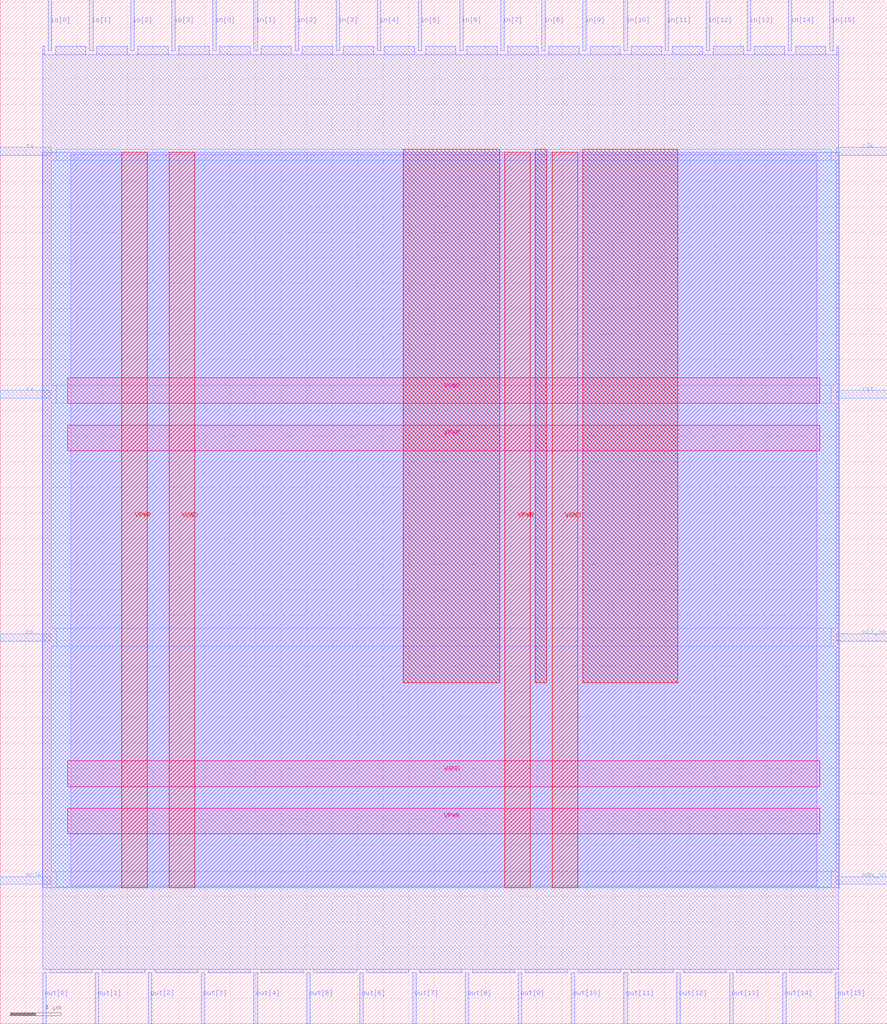
<source format=lef>
VERSION 5.7 ;
  NOWIREEXTENSIONATPIN ON ;
  DIVIDERCHAR "/" ;
  BUSBITCHARS "[]" ;
MACRO mcu
  CLASS BLOCK ;
  FOREIGN mcu ;
  ORIGIN 0.000 0.000 ;
  SIZE 69.470 BY 80.190 ;
  PIN VGND
    DIRECTION INOUT ;
    USE GROUND ;
    PORT
      LAYER met4 ;
        RECT 13.220 10.640 15.220 68.240 ;
    END
    PORT
      LAYER met4 ;
        RECT 43.220 10.640 45.220 68.240 ;
    END
    PORT
      LAYER met5 ;
        RECT 5.280 18.580 64.180 20.580 ;
    END
    PORT
      LAYER met5 ;
        RECT 5.280 48.580 64.180 50.580 ;
    END
  END VGND
  PIN VPWR
    DIRECTION INOUT ;
    USE POWER ;
    PORT
      LAYER met4 ;
        RECT 9.520 10.640 11.520 68.240 ;
    END
    PORT
      LAYER met4 ;
        RECT 39.520 10.640 41.520 68.240 ;
    END
    PORT
      LAYER met5 ;
        RECT 5.280 14.880 64.180 16.880 ;
    END
    PORT
      LAYER met5 ;
        RECT 5.280 44.880 64.180 46.880 ;
    END
  END VPWR
  PIN clk
    DIRECTION INPUT ;
    USE SIGNAL ;
    ANTENNAGATEAREA 0.852000 ;
    PORT
      LAYER met3 ;
        RECT 65.470 68.040 69.470 68.640 ;
    END
  END clk
  PIN cs
    DIRECTION OUTPUT ;
    USE SIGNAL ;
    ANTENNADIFFAREA 0.340600 ;
    PORT
      LAYER met3 ;
        RECT 0.000 29.960 4.000 30.560 ;
    END
  END cs
  PIN in[0]
    DIRECTION INPUT ;
    USE SIGNAL ;
    PORT
      LAYER met2 ;
        RECT 16.650 76.190 16.930 80.190 ;
    END
  END in[0]
  PIN in[10]
    DIRECTION INPUT ;
    USE SIGNAL ;
    PORT
      LAYER met2 ;
        RECT 48.850 76.190 49.130 80.190 ;
    END
  END in[10]
  PIN in[11]
    DIRECTION INPUT ;
    USE SIGNAL ;
    PORT
      LAYER met2 ;
        RECT 52.070 76.190 52.350 80.190 ;
    END
  END in[11]
  PIN in[12]
    DIRECTION INPUT ;
    USE SIGNAL ;
    PORT
      LAYER met2 ;
        RECT 55.290 76.190 55.570 80.190 ;
    END
  END in[12]
  PIN in[13]
    DIRECTION INPUT ;
    USE SIGNAL ;
    PORT
      LAYER met2 ;
        RECT 58.510 76.190 58.790 80.190 ;
    END
  END in[13]
  PIN in[14]
    DIRECTION INPUT ;
    USE SIGNAL ;
    PORT
      LAYER met2 ;
        RECT 61.730 76.190 62.010 80.190 ;
    END
  END in[14]
  PIN in[15]
    DIRECTION INPUT ;
    USE SIGNAL ;
    PORT
      LAYER met2 ;
        RECT 64.950 76.190 65.230 80.190 ;
    END
  END in[15]
  PIN in[1]
    DIRECTION INPUT ;
    USE SIGNAL ;
    PORT
      LAYER met2 ;
        RECT 19.870 76.190 20.150 80.190 ;
    END
  END in[1]
  PIN in[2]
    DIRECTION INPUT ;
    USE SIGNAL ;
    PORT
      LAYER met2 ;
        RECT 23.090 76.190 23.370 80.190 ;
    END
  END in[2]
  PIN in[3]
    DIRECTION INPUT ;
    USE SIGNAL ;
    PORT
      LAYER met2 ;
        RECT 26.310 76.190 26.590 80.190 ;
    END
  END in[3]
  PIN in[4]
    DIRECTION INPUT ;
    USE SIGNAL ;
    PORT
      LAYER met2 ;
        RECT 29.530 76.190 29.810 80.190 ;
    END
  END in[4]
  PIN in[5]
    DIRECTION INPUT ;
    USE SIGNAL ;
    PORT
      LAYER met2 ;
        RECT 32.750 76.190 33.030 80.190 ;
    END
  END in[5]
  PIN in[6]
    DIRECTION INPUT ;
    USE SIGNAL ;
    PORT
      LAYER met2 ;
        RECT 35.970 76.190 36.250 80.190 ;
    END
  END in[6]
  PIN in[7]
    DIRECTION INPUT ;
    USE SIGNAL ;
    PORT
      LAYER met2 ;
        RECT 39.190 76.190 39.470 80.190 ;
    END
  END in[7]
  PIN in[8]
    DIRECTION INPUT ;
    USE SIGNAL ;
    PORT
      LAYER met2 ;
        RECT 42.410 76.190 42.690 80.190 ;
    END
  END in[8]
  PIN in[9]
    DIRECTION INPUT ;
    USE SIGNAL ;
    PORT
      LAYER met2 ;
        RECT 45.630 76.190 45.910 80.190 ;
    END
  END in[9]
  PIN io[0]
    DIRECTION INOUT ;
    USE SIGNAL ;
    ANTENNADIFFAREA 0.601000 ;
    PORT
      LAYER met2 ;
        RECT 3.770 76.190 4.050 80.190 ;
    END
  END io[0]
  PIN io[1]
    DIRECTION INOUT ;
    USE SIGNAL ;
    ANTENNADIFFAREA 0.601000 ;
    PORT
      LAYER met2 ;
        RECT 6.990 76.190 7.270 80.190 ;
    END
  END io[1]
  PIN io[2]
    DIRECTION INOUT ;
    USE SIGNAL ;
    ANTENNADIFFAREA 0.601000 ;
    PORT
      LAYER met2 ;
        RECT 10.210 76.190 10.490 80.190 ;
    END
  END io[2]
  PIN io[3]
    DIRECTION INOUT ;
    USE SIGNAL ;
    ANTENNADIFFAREA 0.601000 ;
    PORT
      LAYER met2 ;
        RECT 13.430 76.190 13.710 80.190 ;
    END
  END io[3]
  PIN out[0]
    DIRECTION OUTPUT ;
    USE SIGNAL ;
    PORT
      LAYER met2 ;
        RECT 3.310 0.000 3.590 4.000 ;
    END
  END out[0]
  PIN out[10]
    DIRECTION OUTPUT ;
    USE SIGNAL ;
    PORT
      LAYER met2 ;
        RECT 44.710 0.000 44.990 4.000 ;
    END
  END out[10]
  PIN out[11]
    DIRECTION OUTPUT ;
    USE SIGNAL ;
    PORT
      LAYER met2 ;
        RECT 48.850 0.000 49.130 4.000 ;
    END
  END out[11]
  PIN out[12]
    DIRECTION OUTPUT ;
    USE SIGNAL ;
    PORT
      LAYER met2 ;
        RECT 52.990 0.000 53.270 4.000 ;
    END
  END out[12]
  PIN out[13]
    DIRECTION OUTPUT ;
    USE SIGNAL ;
    PORT
      LAYER met2 ;
        RECT 57.130 0.000 57.410 4.000 ;
    END
  END out[13]
  PIN out[14]
    DIRECTION OUTPUT ;
    USE SIGNAL ;
    PORT
      LAYER met2 ;
        RECT 61.270 0.000 61.550 4.000 ;
    END
  END out[14]
  PIN out[15]
    DIRECTION OUTPUT ;
    USE SIGNAL ;
    PORT
      LAYER met2 ;
        RECT 65.410 0.000 65.690 4.000 ;
    END
  END out[15]
  PIN out[1]
    DIRECTION OUTPUT ;
    USE SIGNAL ;
    PORT
      LAYER met2 ;
        RECT 7.450 0.000 7.730 4.000 ;
    END
  END out[1]
  PIN out[2]
    DIRECTION OUTPUT ;
    USE SIGNAL ;
    PORT
      LAYER met2 ;
        RECT 11.590 0.000 11.870 4.000 ;
    END
  END out[2]
  PIN out[3]
    DIRECTION OUTPUT ;
    USE SIGNAL ;
    PORT
      LAYER met2 ;
        RECT 15.730 0.000 16.010 4.000 ;
    END
  END out[3]
  PIN out[4]
    DIRECTION OUTPUT ;
    USE SIGNAL ;
    PORT
      LAYER met2 ;
        RECT 19.870 0.000 20.150 4.000 ;
    END
  END out[4]
  PIN out[5]
    DIRECTION OUTPUT ;
    USE SIGNAL ;
    PORT
      LAYER met2 ;
        RECT 24.010 0.000 24.290 4.000 ;
    END
  END out[5]
  PIN out[6]
    DIRECTION OUTPUT ;
    USE SIGNAL ;
    PORT
      LAYER met2 ;
        RECT 28.150 0.000 28.430 4.000 ;
    END
  END out[6]
  PIN out[7]
    DIRECTION OUTPUT ;
    USE SIGNAL ;
    PORT
      LAYER met2 ;
        RECT 32.290 0.000 32.570 4.000 ;
    END
  END out[7]
  PIN out[8]
    DIRECTION OUTPUT ;
    USE SIGNAL ;
    PORT
      LAYER met2 ;
        RECT 36.430 0.000 36.710 4.000 ;
    END
  END out[8]
  PIN out[9]
    DIRECTION OUTPUT ;
    USE SIGNAL ;
    PORT
      LAYER met2 ;
        RECT 40.570 0.000 40.850 4.000 ;
    END
  END out[9]
  PIN rst
    DIRECTION INPUT ;
    USE SIGNAL ;
    ANTENNAGATEAREA 0.126000 ;
    PORT
      LAYER met3 ;
        RECT 65.470 49.000 69.470 49.600 ;
    END
  END rst
  PIN rx
    DIRECTION INPUT ;
    USE SIGNAL ;
    PORT
      LAYER met3 ;
        RECT 0.000 49.000 4.000 49.600 ;
    END
  END rx
  PIN scl_io
    DIRECTION OUTPUT ;
    USE SIGNAL ;
    PORT
      LAYER met3 ;
        RECT 65.470 29.960 69.470 30.560 ;
    END
  END scl_io
  PIN sclk
    DIRECTION OUTPUT ;
    USE SIGNAL ;
    ANTENNADIFFAREA 0.340600 ;
    PORT
      LAYER met3 ;
        RECT 0.000 10.920 4.000 11.520 ;
    END
  END sclk
  PIN sda_io
    DIRECTION INOUT ;
    USE SIGNAL ;
    PORT
      LAYER met3 ;
        RECT 65.470 10.920 69.470 11.520 ;
    END
  END sda_io
  PIN tx
    DIRECTION OUTPUT ;
    USE SIGNAL ;
    ANTENNADIFFAREA 0.340600 ;
    PORT
      LAYER met3 ;
        RECT 0.000 68.040 4.000 68.640 ;
    END
  END tx
  OBS
      LAYER li1 ;
        RECT 5.520 10.795 63.940 68.085 ;
      LAYER met1 ;
        RECT 3.290 10.640 65.710 68.240 ;
      LAYER met2 ;
        RECT 3.320 75.910 3.490 76.570 ;
        RECT 4.330 75.910 6.710 76.570 ;
        RECT 7.550 75.910 9.930 76.570 ;
        RECT 10.770 75.910 13.150 76.570 ;
        RECT 13.990 75.910 16.370 76.570 ;
        RECT 17.210 75.910 19.590 76.570 ;
        RECT 20.430 75.910 22.810 76.570 ;
        RECT 23.650 75.910 26.030 76.570 ;
        RECT 26.870 75.910 29.250 76.570 ;
        RECT 30.090 75.910 32.470 76.570 ;
        RECT 33.310 75.910 35.690 76.570 ;
        RECT 36.530 75.910 38.910 76.570 ;
        RECT 39.750 75.910 42.130 76.570 ;
        RECT 42.970 75.910 45.350 76.570 ;
        RECT 46.190 75.910 48.570 76.570 ;
        RECT 49.410 75.910 51.790 76.570 ;
        RECT 52.630 75.910 55.010 76.570 ;
        RECT 55.850 75.910 58.230 76.570 ;
        RECT 59.070 75.910 61.450 76.570 ;
        RECT 62.290 75.910 64.670 76.570 ;
        RECT 65.510 75.910 65.680 76.570 ;
        RECT 3.320 4.280 65.680 75.910 ;
        RECT 3.870 4.000 7.170 4.280 ;
        RECT 8.010 4.000 11.310 4.280 ;
        RECT 12.150 4.000 15.450 4.280 ;
        RECT 16.290 4.000 19.590 4.280 ;
        RECT 20.430 4.000 23.730 4.280 ;
        RECT 24.570 4.000 27.870 4.280 ;
        RECT 28.710 4.000 32.010 4.280 ;
        RECT 32.850 4.000 36.150 4.280 ;
        RECT 36.990 4.000 40.290 4.280 ;
        RECT 41.130 4.000 44.430 4.280 ;
        RECT 45.270 4.000 48.570 4.280 ;
        RECT 49.410 4.000 52.710 4.280 ;
        RECT 53.550 4.000 56.850 4.280 ;
        RECT 57.690 4.000 60.990 4.280 ;
        RECT 61.830 4.000 65.130 4.280 ;
      LAYER met3 ;
        RECT 4.400 67.640 65.070 68.500 ;
        RECT 4.000 50.000 65.470 67.640 ;
        RECT 4.400 48.600 65.070 50.000 ;
        RECT 4.000 30.960 65.470 48.600 ;
        RECT 4.400 29.560 65.070 30.960 ;
        RECT 4.000 11.920 65.470 29.560 ;
        RECT 4.400 10.715 65.070 11.920 ;
      LAYER met4 ;
        RECT 31.575 26.695 39.120 68.505 ;
        RECT 41.920 26.695 42.820 68.505 ;
        RECT 45.620 26.695 53.065 68.505 ;
  END
END mcu
END LIBRARY


</source>
